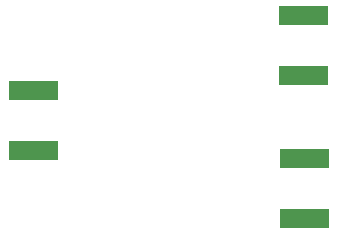
<source format=gbs>
G04 #@! TF.GenerationSoftware,KiCad,Pcbnew,5.0.1*
G04 #@! TF.CreationDate,2018-12-27T15:20:24+01:00*
G04 #@! TF.ProjectId,DiscreteWilkinsonSplitter,446973637265746557696C6B696E736F,rev?*
G04 #@! TF.SameCoordinates,Original*
G04 #@! TF.FileFunction,Soldermask,Bot*
G04 #@! TF.FilePolarity,Negative*
%FSLAX46Y46*%
G04 Gerber Fmt 4.6, Leading zero omitted, Abs format (unit mm)*
G04 Created by KiCad (PCBNEW 5.0.1) date Do 27 Dez 2018 15:20:24 CET*
%MOMM*%
%LPD*%
G01*
G04 APERTURE LIST*
%ADD10C,0.100000*%
G04 APERTURE END LIST*
D10*
G36*
X147625000Y-96063000D02*
X143459000Y-96063000D01*
X143459000Y-94437000D01*
X147625000Y-94437000D01*
X147625000Y-96063000D01*
X147625000Y-96063000D01*
G37*
G36*
X147625000Y-90983000D02*
X143459000Y-90983000D01*
X143459000Y-89357000D01*
X147625000Y-89357000D01*
X147625000Y-90983000D01*
X147625000Y-90983000D01*
G37*
G36*
X124638000Y-90348000D02*
X120472000Y-90348000D01*
X120472000Y-88722000D01*
X124638000Y-88722000D01*
X124638000Y-90348000D01*
X124638000Y-90348000D01*
G37*
G36*
X124638000Y-85268000D02*
X120472000Y-85268000D01*
X120472000Y-83642000D01*
X124638000Y-83642000D01*
X124638000Y-85268000D01*
X124638000Y-85268000D01*
G37*
G36*
X147498000Y-83998000D02*
X143332000Y-83998000D01*
X143332000Y-82372000D01*
X147498000Y-82372000D01*
X147498000Y-83998000D01*
X147498000Y-83998000D01*
G37*
G36*
X147498000Y-78918000D02*
X143332000Y-78918000D01*
X143332000Y-77292000D01*
X147498000Y-77292000D01*
X147498000Y-78918000D01*
X147498000Y-78918000D01*
G37*
M02*

</source>
